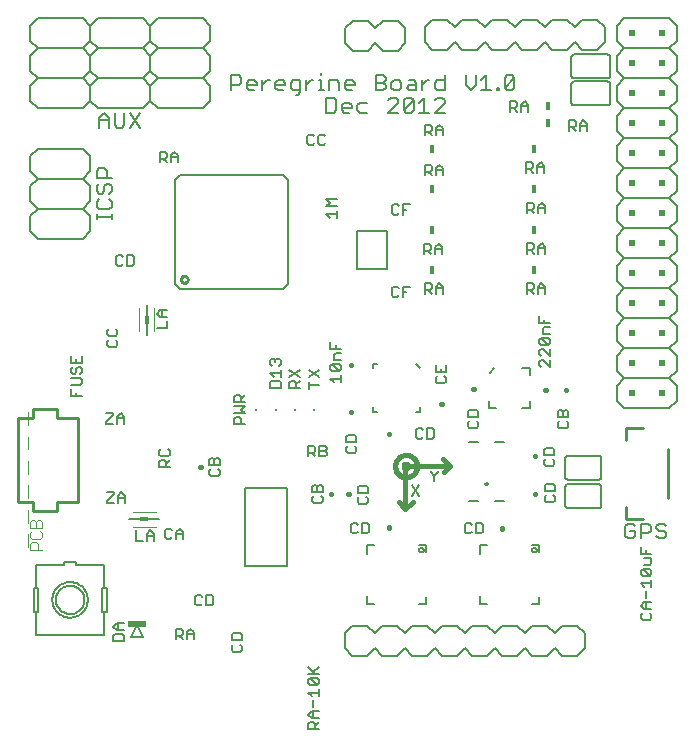
<source format=gto>
G75*
G70*
%OFA0B0*%
%FSLAX24Y24*%
%IPPOS*%
%LPD*%
%AMOC8*
5,1,8,0,0,1.08239X$1,22.5*
%
%ADD10C,0.0050*%
%ADD11C,0.0160*%
%ADD12C,0.0070*%
%ADD13C,0.0080*%
%ADD14R,0.0160X0.0280*%
%ADD15C,0.0100*%
%ADD16C,0.0060*%
%ADD17R,0.0079X0.0079*%
%ADD18C,0.0028*%
%ADD19R,0.0276X0.0118*%
%ADD20R,0.0118X0.0276*%
%ADD21R,0.0620X0.0240*%
%ADD22C,0.0020*%
%ADD23C,0.0030*%
%ADD24R,0.0200X0.0200*%
%ADD25R,0.0180X0.0300*%
D10*
X000748Y003404D02*
X000748Y004183D01*
X000826Y004183D01*
X000826Y004970D01*
X000748Y004970D01*
X000748Y005748D01*
X001688Y005748D01*
X001688Y005847D01*
X002082Y005847D01*
X002082Y005748D01*
X003022Y005748D01*
X003022Y004970D01*
X002944Y004970D01*
X002944Y004183D01*
X003022Y004183D01*
X003022Y003404D01*
X000748Y003404D01*
X000748Y004183D02*
X000669Y004183D01*
X000669Y004970D01*
X000748Y004970D01*
X001413Y004576D02*
X001415Y004619D01*
X001421Y004661D01*
X001431Y004703D01*
X001444Y004744D01*
X001461Y004784D01*
X001482Y004821D01*
X001506Y004857D01*
X001533Y004890D01*
X001563Y004921D01*
X001596Y004949D01*
X001631Y004974D01*
X001668Y004995D01*
X001707Y005013D01*
X001747Y005027D01*
X001789Y005038D01*
X001831Y005045D01*
X001874Y005048D01*
X001917Y005047D01*
X001960Y005042D01*
X002002Y005033D01*
X002043Y005021D01*
X002083Y005005D01*
X002121Y004985D01*
X002157Y004962D01*
X002191Y004935D01*
X002223Y004906D01*
X002251Y004874D01*
X002277Y004839D01*
X002299Y004803D01*
X002318Y004764D01*
X002333Y004724D01*
X002345Y004683D01*
X002353Y004640D01*
X002357Y004597D01*
X002357Y004555D01*
X002353Y004512D01*
X002345Y004469D01*
X002333Y004428D01*
X002318Y004388D01*
X002299Y004349D01*
X002277Y004313D01*
X002251Y004278D01*
X002223Y004246D01*
X002191Y004217D01*
X002157Y004190D01*
X002121Y004167D01*
X002083Y004147D01*
X002043Y004131D01*
X002002Y004119D01*
X001960Y004110D01*
X001917Y004105D01*
X001874Y004104D01*
X001831Y004107D01*
X001789Y004114D01*
X001747Y004125D01*
X001707Y004139D01*
X001668Y004157D01*
X001631Y004178D01*
X001596Y004203D01*
X001563Y004231D01*
X001533Y004262D01*
X001506Y004295D01*
X001482Y004331D01*
X001461Y004368D01*
X001444Y004408D01*
X001431Y004449D01*
X001421Y004491D01*
X001415Y004533D01*
X001413Y004576D01*
X001294Y004576D02*
X001296Y004624D01*
X001302Y004672D01*
X001312Y004719D01*
X001325Y004765D01*
X001343Y004810D01*
X001363Y004854D01*
X001388Y004896D01*
X001416Y004935D01*
X001446Y004972D01*
X001480Y005006D01*
X001517Y005038D01*
X001555Y005067D01*
X001596Y005092D01*
X001639Y005114D01*
X001684Y005132D01*
X001730Y005146D01*
X001777Y005157D01*
X001825Y005164D01*
X001873Y005167D01*
X001921Y005166D01*
X001969Y005161D01*
X002017Y005152D01*
X002063Y005140D01*
X002108Y005123D01*
X002152Y005103D01*
X002194Y005080D01*
X002234Y005053D01*
X002272Y005023D01*
X002307Y004990D01*
X002339Y004954D01*
X002369Y004916D01*
X002395Y004875D01*
X002417Y004832D01*
X002437Y004788D01*
X002452Y004743D01*
X002464Y004696D01*
X002472Y004648D01*
X002476Y004600D01*
X002476Y004552D01*
X002472Y004504D01*
X002464Y004456D01*
X002452Y004409D01*
X002437Y004364D01*
X002417Y004320D01*
X002395Y004277D01*
X002369Y004236D01*
X002339Y004198D01*
X002307Y004162D01*
X002272Y004129D01*
X002234Y004099D01*
X002194Y004072D01*
X002152Y004049D01*
X002108Y004029D01*
X002063Y004012D01*
X002017Y004000D01*
X001969Y003991D01*
X001921Y003986D01*
X001873Y003985D01*
X001825Y003988D01*
X001777Y003995D01*
X001730Y004006D01*
X001684Y004020D01*
X001639Y004038D01*
X001596Y004060D01*
X001555Y004085D01*
X001517Y004114D01*
X001480Y004146D01*
X001446Y004180D01*
X001416Y004217D01*
X001388Y004256D01*
X001363Y004298D01*
X001343Y004342D01*
X001325Y004387D01*
X001312Y004433D01*
X001302Y004480D01*
X001296Y004528D01*
X001294Y004576D01*
X003022Y004183D02*
X003101Y004183D01*
X003101Y004970D01*
X003022Y004970D01*
X003436Y003793D02*
X003320Y003676D01*
X003436Y003560D01*
X003670Y003560D01*
X003612Y003425D02*
X003378Y003425D01*
X003320Y003367D01*
X003320Y003191D01*
X003670Y003191D01*
X003670Y003367D01*
X003612Y003425D01*
X003495Y003560D02*
X003495Y003793D01*
X003436Y003793D02*
X003670Y003793D01*
X005400Y003612D02*
X005400Y003261D01*
X005400Y003378D02*
X005575Y003378D01*
X005634Y003437D01*
X005634Y003553D01*
X005575Y003612D01*
X005400Y003612D01*
X005517Y003378D02*
X005634Y003261D01*
X005768Y003261D02*
X005768Y003495D01*
X005885Y003612D01*
X006002Y003495D01*
X006002Y003261D01*
X006002Y003437D02*
X005768Y003437D01*
X006118Y004391D02*
X006060Y004450D01*
X006060Y004683D01*
X006118Y004742D01*
X006235Y004742D01*
X006294Y004683D01*
X006428Y004742D02*
X006603Y004742D01*
X006662Y004683D01*
X006662Y004450D01*
X006603Y004391D01*
X006428Y004391D01*
X006428Y004742D01*
X006294Y004450D02*
X006235Y004391D01*
X006118Y004391D01*
X007270Y003398D02*
X007270Y003223D01*
X007620Y003223D01*
X007620Y003398D01*
X007562Y003457D01*
X007328Y003457D01*
X007270Y003398D01*
X007328Y003088D02*
X007270Y003030D01*
X007270Y002913D01*
X007328Y002855D01*
X007562Y002855D01*
X007620Y002913D01*
X007620Y003030D01*
X007562Y003088D01*
X009820Y002333D02*
X010053Y002100D01*
X009995Y002158D02*
X010170Y002333D01*
X010170Y002100D02*
X009820Y002100D01*
X009878Y001965D02*
X010112Y001732D01*
X010170Y001790D01*
X010170Y001907D01*
X010112Y001965D01*
X009878Y001965D01*
X009820Y001907D01*
X009820Y001790D01*
X009878Y001732D01*
X010112Y001732D01*
X010170Y001597D02*
X010170Y001363D01*
X010170Y001480D02*
X009820Y001480D01*
X009936Y001363D01*
X009995Y001228D02*
X009995Y000995D01*
X009995Y000860D02*
X009995Y000627D01*
X009936Y000627D02*
X009820Y000743D01*
X009936Y000860D01*
X010170Y000860D01*
X010170Y000627D02*
X009936Y000627D01*
X009878Y000492D02*
X009995Y000492D01*
X010053Y000433D01*
X010053Y000258D01*
X010170Y000258D02*
X009820Y000258D01*
X009820Y000433D01*
X009878Y000492D01*
X010053Y000375D02*
X010170Y000492D01*
X013513Y006238D02*
X013515Y006256D01*
X013521Y006272D01*
X013530Y006287D01*
X013543Y006300D01*
X013558Y006309D01*
X013574Y006315D01*
X013592Y006317D01*
X013610Y006315D01*
X013626Y006309D01*
X013641Y006300D01*
X013654Y006287D01*
X013663Y006272D01*
X013669Y006256D01*
X013671Y006238D01*
X013669Y006220D01*
X013663Y006204D01*
X013654Y006189D01*
X013641Y006176D01*
X013626Y006167D01*
X013610Y006161D01*
X013592Y006159D01*
X013574Y006161D01*
X013558Y006167D01*
X013543Y006176D01*
X013530Y006189D01*
X013521Y006204D01*
X013515Y006220D01*
X013513Y006238D01*
X015033Y006850D02*
X015092Y006791D01*
X015209Y006791D01*
X015267Y006850D01*
X015402Y006791D02*
X015577Y006791D01*
X015635Y006850D01*
X015635Y007083D01*
X015577Y007142D01*
X015402Y007142D01*
X015402Y006791D01*
X015267Y007083D02*
X015209Y007142D01*
X015092Y007142D01*
X015033Y007083D01*
X015033Y006850D01*
X013514Y008051D02*
X013280Y008402D01*
X013514Y008402D02*
X013280Y008051D01*
X014017Y008531D02*
X014017Y008707D01*
X014134Y008823D01*
X014134Y008882D01*
X014017Y008707D02*
X013900Y008823D01*
X013900Y008882D01*
X013953Y009941D02*
X013778Y009941D01*
X013778Y010292D01*
X013953Y010292D01*
X014012Y010233D01*
X014012Y010000D01*
X013953Y009941D01*
X013644Y010000D02*
X013585Y009941D01*
X013468Y009941D01*
X013410Y010000D01*
X013410Y010233D01*
X013468Y010292D01*
X013585Y010292D01*
X013644Y010233D01*
X014128Y011791D02*
X014362Y011791D01*
X014420Y011850D01*
X014420Y011967D01*
X014362Y012025D01*
X014420Y012160D02*
X014420Y012393D01*
X014245Y012276D02*
X014245Y012160D01*
X014070Y012160D02*
X014420Y012160D01*
X014128Y012025D02*
X014070Y011967D01*
X014070Y011850D01*
X014128Y011791D01*
X014070Y012160D02*
X014070Y012393D01*
X015198Y010903D02*
X015140Y010845D01*
X015140Y010670D01*
X015490Y010670D01*
X015490Y010845D01*
X015432Y010903D01*
X015198Y010903D01*
X015198Y010535D02*
X015140Y010477D01*
X015140Y010360D01*
X015198Y010301D01*
X015432Y010301D01*
X015490Y010360D01*
X015490Y010477D01*
X015432Y010535D01*
X017520Y012390D02*
X017578Y012331D01*
X017520Y012390D02*
X017520Y012507D01*
X017578Y012565D01*
X017636Y012565D01*
X017870Y012331D01*
X017870Y012565D01*
X017870Y012700D02*
X017636Y012933D01*
X017578Y012933D01*
X017520Y012875D01*
X017520Y012758D01*
X017578Y012700D01*
X017870Y012700D02*
X017870Y012933D01*
X017812Y013068D02*
X017578Y013302D01*
X017812Y013302D01*
X017870Y013243D01*
X017870Y013126D01*
X017812Y013068D01*
X017578Y013068D01*
X017520Y013126D01*
X017520Y013243D01*
X017578Y013302D01*
X017636Y013436D02*
X017636Y013611D01*
X017695Y013670D01*
X017870Y013670D01*
X017870Y013805D02*
X017520Y013805D01*
X017520Y014038D01*
X017695Y013921D02*
X017695Y013805D01*
X017636Y013436D02*
X017870Y013436D01*
X017712Y014781D02*
X017712Y015015D01*
X017595Y015132D01*
X017478Y015015D01*
X017478Y014781D01*
X017344Y014781D02*
X017227Y014898D01*
X017285Y014898D02*
X017110Y014898D01*
X017110Y014781D02*
X017110Y015132D01*
X017285Y015132D01*
X017344Y015073D01*
X017344Y014957D01*
X017285Y014898D01*
X017478Y014957D02*
X017712Y014957D01*
X017722Y016121D02*
X017722Y016355D01*
X017605Y016472D01*
X017488Y016355D01*
X017488Y016121D01*
X017354Y016121D02*
X017237Y016238D01*
X017295Y016238D02*
X017120Y016238D01*
X017120Y016121D02*
X017120Y016472D01*
X017295Y016472D01*
X017354Y016413D01*
X017354Y016297D01*
X017295Y016238D01*
X017488Y016297D02*
X017722Y016297D01*
X017722Y017471D02*
X017722Y017705D01*
X017605Y017822D01*
X017488Y017705D01*
X017488Y017471D01*
X017354Y017471D02*
X017237Y017588D01*
X017295Y017588D02*
X017120Y017588D01*
X017120Y017471D02*
X017120Y017822D01*
X017295Y017822D01*
X017354Y017763D01*
X017354Y017647D01*
X017295Y017588D01*
X017488Y017647D02*
X017722Y017647D01*
X017692Y018821D02*
X017692Y019055D01*
X017575Y019172D01*
X017458Y019055D01*
X017458Y018821D01*
X017324Y018821D02*
X017207Y018938D01*
X017265Y018938D02*
X017090Y018938D01*
X017090Y018821D02*
X017090Y019172D01*
X017265Y019172D01*
X017324Y019113D01*
X017324Y018997D01*
X017265Y018938D01*
X017458Y018997D02*
X017692Y018997D01*
X018510Y020211D02*
X018510Y020562D01*
X018685Y020562D01*
X018744Y020503D01*
X018744Y020387D01*
X018685Y020328D01*
X018510Y020328D01*
X018627Y020328D02*
X018744Y020211D01*
X018878Y020211D02*
X018878Y020445D01*
X018995Y020562D01*
X019112Y020445D01*
X019112Y020211D01*
X019112Y020387D02*
X018878Y020387D01*
X017152Y020851D02*
X017152Y021085D01*
X017035Y021202D01*
X016918Y021085D01*
X016918Y020851D01*
X016784Y020851D02*
X016667Y020968D01*
X016725Y020968D02*
X016550Y020968D01*
X016550Y020851D02*
X016550Y021202D01*
X016725Y021202D01*
X016784Y021143D01*
X016784Y021027D01*
X016725Y020968D01*
X016918Y021027D02*
X017152Y021027D01*
X014312Y020295D02*
X014312Y020061D01*
X014312Y020237D02*
X014078Y020237D01*
X014078Y020295D02*
X014195Y020412D01*
X014312Y020295D01*
X014078Y020295D02*
X014078Y020061D01*
X013944Y020061D02*
X013827Y020178D01*
X013885Y020178D02*
X013710Y020178D01*
X013710Y020061D02*
X013710Y020412D01*
X013885Y020412D01*
X013944Y020353D01*
X013944Y020237D01*
X013885Y020178D01*
X013875Y019082D02*
X013700Y019082D01*
X013700Y018731D01*
X013700Y018848D02*
X013875Y018848D01*
X013934Y018907D01*
X013934Y019023D01*
X013875Y019082D01*
X014068Y018965D02*
X014185Y019082D01*
X014302Y018965D01*
X014302Y018731D01*
X014302Y018907D02*
X014068Y018907D01*
X014068Y018965D02*
X014068Y018731D01*
X013934Y018731D02*
X013817Y018848D01*
X013215Y017762D02*
X012982Y017762D01*
X012982Y017411D01*
X012847Y017470D02*
X012789Y017411D01*
X012672Y017411D01*
X012613Y017470D01*
X012613Y017703D01*
X012672Y017762D01*
X012789Y017762D01*
X012847Y017703D01*
X012982Y017587D02*
X013098Y017587D01*
X012432Y016866D02*
X012432Y015606D01*
X011448Y015606D01*
X011448Y016866D01*
X012432Y016866D01*
X013690Y016442D02*
X013690Y016091D01*
X013690Y016208D02*
X013865Y016208D01*
X013924Y016267D01*
X013924Y016383D01*
X013865Y016442D01*
X013690Y016442D01*
X013807Y016208D02*
X013924Y016091D01*
X014058Y016091D02*
X014058Y016325D01*
X014175Y016442D01*
X014292Y016325D01*
X014292Y016091D01*
X014292Y016267D02*
X014058Y016267D01*
X014185Y015132D02*
X014302Y015015D01*
X014302Y014781D01*
X014302Y014957D02*
X014068Y014957D01*
X014068Y015015D02*
X014185Y015132D01*
X014068Y015015D02*
X014068Y014781D01*
X013934Y014781D02*
X013817Y014898D01*
X013875Y014898D02*
X013700Y014898D01*
X013700Y014781D02*
X013700Y015132D01*
X013875Y015132D01*
X013934Y015073D01*
X013934Y014957D01*
X013875Y014898D01*
X013205Y015022D02*
X012972Y015022D01*
X012972Y014671D01*
X012837Y014730D02*
X012779Y014671D01*
X012662Y014671D01*
X012603Y014730D01*
X012603Y014963D01*
X012662Y015022D01*
X012779Y015022D01*
X012837Y014963D01*
X012972Y014847D02*
X013088Y014847D01*
X010910Y012943D02*
X010560Y012943D01*
X010560Y013177D01*
X010735Y013060D02*
X010735Y012943D01*
X010735Y012808D02*
X010910Y012808D01*
X010735Y012808D02*
X010676Y012750D01*
X010676Y012575D01*
X010910Y012575D01*
X010852Y012440D02*
X010910Y012382D01*
X010910Y012265D01*
X010852Y012206D01*
X010618Y012440D01*
X010852Y012440D01*
X010852Y012206D02*
X010618Y012206D01*
X010560Y012265D01*
X010560Y012382D01*
X010618Y012440D01*
X010910Y012072D02*
X010910Y011838D01*
X010910Y011955D02*
X010560Y011955D01*
X010676Y011838D01*
X010190Y011738D02*
X009840Y011738D01*
X009840Y011621D02*
X009840Y011855D01*
X009840Y011990D02*
X010190Y012223D01*
X010190Y011990D02*
X009840Y012223D01*
X009540Y012243D02*
X009190Y012010D01*
X009248Y011875D02*
X009190Y011817D01*
X009190Y011641D01*
X009540Y011641D01*
X009423Y011641D02*
X009423Y011817D01*
X009365Y011875D01*
X009248Y011875D01*
X009423Y011758D02*
X009540Y011875D01*
X009540Y012010D02*
X009190Y012243D01*
X008900Y012253D02*
X008900Y012020D01*
X008900Y012136D02*
X008550Y012136D01*
X008666Y012020D01*
X008608Y011885D02*
X008550Y011827D01*
X008550Y011651D01*
X008900Y011651D01*
X008900Y011827D01*
X008842Y011885D01*
X008608Y011885D01*
X008608Y012388D02*
X008550Y012446D01*
X008550Y012563D01*
X008608Y012622D01*
X008666Y012622D01*
X008725Y012563D01*
X008783Y012622D01*
X008842Y012622D01*
X008900Y012563D01*
X008900Y012446D01*
X008842Y012388D01*
X008725Y012505D02*
X008725Y012563D01*
X007700Y011402D02*
X007583Y011285D01*
X007583Y011343D02*
X007583Y011168D01*
X007700Y011168D02*
X007350Y011168D01*
X007350Y011343D01*
X007408Y011402D01*
X007525Y011402D01*
X007583Y011343D01*
X007700Y011033D02*
X007350Y011033D01*
X007350Y010800D02*
X007700Y010800D01*
X007583Y010916D01*
X007700Y011033D01*
X007525Y010665D02*
X007408Y010665D01*
X007350Y010607D01*
X007350Y010431D01*
X007700Y010431D01*
X007583Y010431D02*
X007583Y010607D01*
X007525Y010665D01*
X006812Y009313D02*
X006870Y009255D01*
X006870Y009080D01*
X006520Y009080D01*
X006520Y009255D01*
X006578Y009313D01*
X006636Y009313D01*
X006695Y009255D01*
X006695Y009080D01*
X006695Y009255D02*
X006753Y009313D01*
X006812Y009313D01*
X006812Y008945D02*
X006870Y008887D01*
X006870Y008770D01*
X006812Y008711D01*
X006578Y008711D01*
X006520Y008770D01*
X006520Y008887D01*
X006578Y008945D01*
X005200Y008995D02*
X004850Y008995D01*
X004850Y009170D01*
X004908Y009228D01*
X005025Y009228D01*
X005083Y009170D01*
X005083Y008995D01*
X005083Y009112D02*
X005200Y009228D01*
X005142Y009363D02*
X005200Y009421D01*
X005200Y009538D01*
X005142Y009597D01*
X004908Y009597D02*
X004850Y009538D01*
X004850Y009421D01*
X004908Y009363D01*
X005142Y009363D01*
X003685Y010451D02*
X003685Y010685D01*
X003568Y010802D01*
X003452Y010685D01*
X003452Y010451D01*
X003317Y010451D02*
X003083Y010451D01*
X003083Y010510D01*
X003317Y010743D01*
X003317Y010802D01*
X003083Y010802D01*
X003452Y010627D02*
X003685Y010627D01*
X002270Y011368D02*
X001920Y011368D01*
X001920Y011602D01*
X001920Y011736D02*
X002212Y011736D01*
X002270Y011795D01*
X002270Y011912D01*
X002212Y011970D01*
X001920Y011970D01*
X001978Y012105D02*
X002036Y012105D01*
X002095Y012163D01*
X002095Y012280D01*
X002153Y012338D01*
X002212Y012338D01*
X002270Y012280D01*
X002270Y012163D01*
X002212Y012105D01*
X001978Y012105D02*
X001920Y012163D01*
X001920Y012280D01*
X001978Y012338D01*
X001920Y012473D02*
X002270Y012473D01*
X002270Y012707D01*
X002095Y012590D02*
X002095Y012473D01*
X001920Y012473D02*
X001920Y012707D01*
X002095Y011485D02*
X002095Y011368D01*
X003168Y013011D02*
X003110Y013070D01*
X003110Y013187D01*
X003168Y013245D01*
X003168Y013380D02*
X003402Y013380D01*
X003460Y013438D01*
X003460Y013555D01*
X003402Y013613D01*
X003168Y013613D02*
X003110Y013555D01*
X003110Y013438D01*
X003168Y013380D01*
X003402Y013245D02*
X003460Y013187D01*
X003460Y013070D01*
X003402Y013011D01*
X003168Y013011D01*
X004435Y013405D02*
X004435Y014389D01*
X004770Y014116D02*
X004886Y014000D01*
X005120Y014000D01*
X005120Y013865D02*
X005120Y013631D01*
X004770Y013631D01*
X004945Y014000D02*
X004945Y014233D01*
X004886Y014233D02*
X005120Y014233D01*
X004886Y014233D02*
X004770Y014116D01*
X003957Y015721D02*
X003782Y015721D01*
X003782Y016072D01*
X003957Y016072D01*
X004015Y016013D01*
X004015Y015780D01*
X003957Y015721D01*
X003647Y015780D02*
X003589Y015721D01*
X003472Y015721D01*
X003413Y015780D01*
X003413Y016013D01*
X003472Y016072D01*
X003589Y016072D01*
X003647Y016013D01*
X004880Y019161D02*
X004880Y019512D01*
X005055Y019512D01*
X005114Y019453D01*
X005114Y019337D01*
X005055Y019278D01*
X004880Y019278D01*
X004997Y019278D02*
X005114Y019161D01*
X005248Y019161D02*
X005248Y019395D01*
X005365Y019512D01*
X005482Y019395D01*
X005482Y019161D01*
X005482Y019337D02*
X005248Y019337D01*
X009793Y019790D02*
X009852Y019731D01*
X009969Y019731D01*
X010027Y019790D01*
X010162Y019790D02*
X010162Y020023D01*
X010220Y020082D01*
X010337Y020082D01*
X010395Y020023D01*
X010395Y019790D02*
X010337Y019731D01*
X010220Y019731D01*
X010162Y019790D01*
X010027Y020023D02*
X009969Y020082D01*
X009852Y020082D01*
X009793Y020023D01*
X009793Y019790D01*
X010430Y017923D02*
X010780Y017923D01*
X010780Y017690D02*
X010430Y017690D01*
X010546Y017806D01*
X010430Y017923D01*
X010780Y017555D02*
X010780Y017321D01*
X010780Y017438D02*
X010430Y017438D01*
X010546Y017321D01*
X011138Y010073D02*
X011080Y010015D01*
X011080Y009840D01*
X011430Y009840D01*
X011430Y010015D01*
X011372Y010073D01*
X011138Y010073D01*
X011138Y009705D02*
X011080Y009647D01*
X011080Y009530D01*
X011138Y009471D01*
X011372Y009471D01*
X011430Y009530D01*
X011430Y009647D01*
X011372Y009705D01*
X010432Y009653D02*
X010432Y009595D01*
X010373Y009537D01*
X010198Y009537D01*
X010064Y009537D02*
X010005Y009478D01*
X009830Y009478D01*
X009830Y009361D02*
X009830Y009712D01*
X010005Y009712D01*
X010064Y009653D01*
X010064Y009537D01*
X009947Y009478D02*
X010064Y009361D01*
X010198Y009361D02*
X010198Y009712D01*
X010373Y009712D01*
X010432Y009653D01*
X010373Y009537D02*
X010432Y009478D01*
X010432Y009420D01*
X010373Y009361D01*
X010198Y009361D01*
X010183Y008403D02*
X010242Y008403D01*
X010300Y008345D01*
X010300Y008170D01*
X009950Y008170D01*
X009950Y008345D01*
X010008Y008403D01*
X010066Y008403D01*
X010125Y008345D01*
X010125Y008170D01*
X010125Y008345D02*
X010183Y008403D01*
X010242Y008035D02*
X010300Y007977D01*
X010300Y007860D01*
X010242Y007801D01*
X010008Y007801D01*
X009950Y007860D01*
X009950Y007977D01*
X010008Y008035D01*
X011243Y007083D02*
X011243Y006850D01*
X011302Y006791D01*
X011419Y006791D01*
X011477Y006850D01*
X011612Y006791D02*
X011787Y006791D01*
X011845Y006850D01*
X011845Y007083D01*
X011787Y007142D01*
X011612Y007142D01*
X011612Y006791D01*
X011477Y007083D02*
X011419Y007142D01*
X011302Y007142D01*
X011243Y007083D01*
X011528Y007781D02*
X011762Y007781D01*
X011820Y007840D01*
X011820Y007957D01*
X011762Y008015D01*
X011820Y008150D02*
X011470Y008150D01*
X011470Y008325D01*
X011528Y008383D01*
X011762Y008383D01*
X011820Y008325D01*
X011820Y008150D01*
X011528Y008015D02*
X011470Y007957D01*
X011470Y007840D01*
X011528Y007781D01*
X005652Y006835D02*
X005652Y006601D01*
X005652Y006777D02*
X005418Y006777D01*
X005418Y006835D02*
X005418Y006601D01*
X005284Y006660D02*
X005225Y006601D01*
X005108Y006601D01*
X005050Y006660D01*
X005050Y006893D01*
X005108Y006952D01*
X005225Y006952D01*
X005284Y006893D01*
X005418Y006835D02*
X005535Y006952D01*
X005652Y006835D01*
X004837Y007261D02*
X003853Y007261D01*
X004070Y006892D02*
X004070Y006541D01*
X004304Y006541D01*
X004438Y006541D02*
X004438Y006775D01*
X004555Y006892D01*
X004672Y006775D01*
X004672Y006541D01*
X004672Y006717D02*
X004438Y006717D01*
X003705Y007811D02*
X003705Y008045D01*
X003588Y008162D01*
X003472Y008045D01*
X003472Y007811D01*
X003337Y007811D02*
X003103Y007811D01*
X003103Y007870D01*
X003337Y008103D01*
X003337Y008162D01*
X003103Y008162D01*
X003472Y007987D02*
X003705Y007987D01*
X017278Y006238D02*
X017280Y006256D01*
X017286Y006272D01*
X017295Y006287D01*
X017308Y006300D01*
X017323Y006309D01*
X017339Y006315D01*
X017357Y006317D01*
X017375Y006315D01*
X017391Y006309D01*
X017406Y006300D01*
X017419Y006287D01*
X017428Y006272D01*
X017434Y006256D01*
X017436Y006238D01*
X017434Y006220D01*
X017428Y006204D01*
X017419Y006189D01*
X017406Y006176D01*
X017391Y006167D01*
X017375Y006161D01*
X017357Y006159D01*
X017339Y006161D01*
X017323Y006167D01*
X017308Y006176D01*
X017295Y006189D01*
X017286Y006204D01*
X017280Y006220D01*
X017278Y006238D01*
X017758Y007825D02*
X017700Y007883D01*
X017700Y008000D01*
X017758Y008058D01*
X017700Y008193D02*
X017700Y008368D01*
X017758Y008427D01*
X017992Y008427D01*
X018050Y008368D01*
X018050Y008193D01*
X017700Y008193D01*
X017758Y007825D02*
X017992Y007825D01*
X018050Y007883D01*
X018050Y008000D01*
X017992Y008058D01*
X017972Y009045D02*
X017738Y009045D01*
X017680Y009103D01*
X017680Y009220D01*
X017738Y009278D01*
X017680Y009413D02*
X017680Y009588D01*
X017738Y009647D01*
X017972Y009647D01*
X018030Y009588D01*
X018030Y009413D01*
X017680Y009413D01*
X017972Y009278D02*
X018030Y009220D01*
X018030Y009103D01*
X017972Y009045D01*
X018198Y010291D02*
X018140Y010350D01*
X018140Y010467D01*
X018198Y010525D01*
X018140Y010660D02*
X018140Y010835D01*
X018198Y010893D01*
X018256Y010893D01*
X018315Y010835D01*
X018315Y010660D01*
X018315Y010835D02*
X018373Y010893D01*
X018432Y010893D01*
X018490Y010835D01*
X018490Y010660D01*
X018140Y010660D01*
X018198Y010291D02*
X018432Y010291D01*
X018490Y010350D01*
X018490Y010467D01*
X018432Y010525D01*
X020910Y006345D02*
X020910Y006111D01*
X021260Y006111D01*
X021260Y005976D02*
X021026Y005976D01*
X021085Y006111D02*
X021085Y006228D01*
X021260Y005976D02*
X021260Y005801D01*
X021202Y005743D01*
X021026Y005743D01*
X020968Y005608D02*
X021202Y005375D01*
X021260Y005433D01*
X021260Y005550D01*
X021202Y005608D01*
X020968Y005608D01*
X020910Y005550D01*
X020910Y005433D01*
X020968Y005375D01*
X021202Y005375D01*
X021260Y005240D02*
X021260Y005006D01*
X021260Y005123D02*
X020910Y005123D01*
X021026Y005006D01*
X021085Y004872D02*
X021085Y004638D01*
X021085Y004503D02*
X021085Y004270D01*
X021026Y004270D02*
X020910Y004386D01*
X021026Y004503D01*
X021260Y004503D01*
X021260Y004270D02*
X021026Y004270D01*
X020968Y004135D02*
X020910Y004077D01*
X020910Y003960D01*
X020968Y003901D01*
X021202Y003901D01*
X021260Y003960D01*
X021260Y004077D01*
X021202Y004135D01*
D11*
X017392Y008106D02*
X017368Y008106D01*
X017392Y009366D02*
X017368Y009366D01*
X017713Y011556D02*
X017737Y011556D01*
X018403Y011576D02*
X018427Y011576D01*
X015332Y011601D02*
X015308Y011601D01*
X014267Y011096D02*
X014243Y011096D01*
X014315Y009266D02*
X014565Y009046D01*
X014335Y008836D01*
X014565Y009046D02*
X013065Y009046D01*
X013065Y007596D01*
X013305Y007836D01*
X013065Y007596D02*
X012835Y007836D01*
X012525Y007003D02*
X012525Y006979D01*
X011167Y008096D02*
X011143Y008096D01*
X010597Y008096D02*
X010573Y008096D01*
X012510Y010089D02*
X012510Y010113D01*
X012999Y009036D02*
X013001Y009053D01*
X013007Y009069D01*
X013016Y009083D01*
X013028Y009095D01*
X013042Y009104D01*
X013058Y009110D01*
X013075Y009112D01*
X013092Y009110D01*
X013108Y009104D01*
X013122Y009095D01*
X013134Y009083D01*
X013143Y009069D01*
X013149Y009053D01*
X013151Y009036D01*
X013149Y009019D01*
X013143Y009003D01*
X013134Y008989D01*
X013122Y008977D01*
X013108Y008968D01*
X013092Y008962D01*
X013075Y008960D01*
X013058Y008962D01*
X013042Y008968D01*
X013028Y008977D01*
X013016Y008989D01*
X013007Y009003D01*
X013001Y009019D01*
X012999Y009036D01*
X012716Y009036D02*
X012718Y009074D01*
X012724Y009111D01*
X012733Y009148D01*
X012747Y009184D01*
X012764Y009218D01*
X012784Y009250D01*
X012808Y009280D01*
X012834Y009307D01*
X012864Y009331D01*
X012895Y009352D01*
X012929Y009370D01*
X012964Y009385D01*
X013000Y009395D01*
X013038Y009402D01*
X013075Y009405D01*
X013113Y009404D01*
X013151Y009399D01*
X013188Y009390D01*
X013224Y009378D01*
X013258Y009362D01*
X013291Y009342D01*
X013321Y009319D01*
X013349Y009294D01*
X013374Y009265D01*
X013396Y009234D01*
X013415Y009201D01*
X013430Y009166D01*
X013442Y009130D01*
X013450Y009093D01*
X013454Y009055D01*
X013454Y009017D01*
X013450Y008979D01*
X013442Y008942D01*
X013430Y008906D01*
X013415Y008871D01*
X013396Y008838D01*
X013374Y008807D01*
X013349Y008778D01*
X013321Y008753D01*
X013291Y008730D01*
X013258Y008710D01*
X013224Y008694D01*
X013188Y008682D01*
X013151Y008673D01*
X013113Y008668D01*
X013075Y008667D01*
X013038Y008670D01*
X013000Y008677D01*
X012964Y008687D01*
X012929Y008702D01*
X012895Y008720D01*
X012864Y008741D01*
X012834Y008765D01*
X012808Y008792D01*
X012784Y008822D01*
X012764Y008854D01*
X012747Y008888D01*
X012733Y008924D01*
X012724Y008961D01*
X012718Y008998D01*
X012716Y009036D01*
X011262Y010846D02*
X011238Y010846D01*
X011262Y012391D02*
X011238Y012391D01*
X016285Y006973D02*
X016285Y006949D01*
X006242Y009016D02*
X006218Y009016D01*
D12*
X003270Y017261D02*
X003270Y017425D01*
X003270Y017343D02*
X002780Y017343D01*
X002780Y017261D02*
X002780Y017425D01*
X002861Y017605D02*
X003188Y017605D01*
X003270Y017687D01*
X003270Y017850D01*
X003188Y017932D01*
X003188Y018121D02*
X003270Y018203D01*
X003270Y018366D01*
X003188Y018448D01*
X003107Y018448D01*
X003025Y018366D01*
X003025Y018203D01*
X002943Y018121D01*
X002861Y018121D01*
X002780Y018203D01*
X002780Y018366D01*
X002861Y018448D01*
X002780Y018636D02*
X002780Y018882D01*
X002861Y018963D01*
X003025Y018963D01*
X003107Y018882D01*
X003107Y018636D01*
X003270Y018636D02*
X002780Y018636D01*
X002861Y017932D02*
X002780Y017850D01*
X002780Y017687D01*
X002861Y017605D01*
X002850Y020321D02*
X002850Y020648D01*
X003013Y020812D01*
X003177Y020648D01*
X003177Y020321D01*
X003366Y020403D02*
X003447Y020321D01*
X003611Y020321D01*
X003693Y020403D01*
X003693Y020812D01*
X003881Y020812D02*
X004208Y020321D01*
X003881Y020321D02*
X004208Y020812D01*
X003366Y020812D02*
X003366Y020403D01*
X003177Y020567D02*
X002850Y020567D01*
X007260Y021571D02*
X007260Y022062D01*
X007505Y022062D01*
X007587Y021980D01*
X007587Y021817D01*
X007505Y021735D01*
X007260Y021735D01*
X007776Y021735D02*
X008103Y021735D01*
X008103Y021817D01*
X008021Y021898D01*
X007857Y021898D01*
X007776Y021817D01*
X007776Y021653D01*
X007857Y021571D01*
X008021Y021571D01*
X008291Y021571D02*
X008291Y021898D01*
X008291Y021735D02*
X008455Y021898D01*
X008536Y021898D01*
X008721Y021817D02*
X008721Y021653D01*
X008803Y021571D01*
X008966Y021571D01*
X009048Y021735D02*
X008721Y021735D01*
X008721Y021817D02*
X008803Y021898D01*
X008966Y021898D01*
X009048Y021817D01*
X009048Y021735D01*
X009237Y021817D02*
X009237Y021653D01*
X009318Y021571D01*
X009564Y021571D01*
X009564Y021490D02*
X009564Y021898D01*
X009318Y021898D01*
X009237Y021817D01*
X009564Y021490D02*
X009482Y021408D01*
X009400Y021408D01*
X009752Y021571D02*
X009752Y021898D01*
X009752Y021735D02*
X009916Y021898D01*
X009997Y021898D01*
X010182Y021898D02*
X010264Y021898D01*
X010264Y021571D01*
X010345Y021571D02*
X010182Y021571D01*
X010526Y021571D02*
X010526Y021898D01*
X010771Y021898D01*
X010853Y021817D01*
X010853Y021571D01*
X011041Y021653D02*
X011041Y021817D01*
X011123Y021898D01*
X011287Y021898D01*
X011368Y021817D01*
X011368Y021735D01*
X011041Y021735D01*
X011041Y021653D02*
X011123Y021571D01*
X011287Y021571D01*
X011191Y021148D02*
X011273Y021067D01*
X011273Y020985D01*
X010946Y020985D01*
X010946Y021067D02*
X011027Y021148D01*
X011191Y021148D01*
X010946Y021067D02*
X010946Y020903D01*
X011027Y020821D01*
X011191Y020821D01*
X011461Y020903D02*
X011543Y020821D01*
X011788Y020821D01*
X011788Y021148D02*
X011543Y021148D01*
X011461Y021067D01*
X011461Y020903D01*
X012073Y021571D02*
X012318Y021571D01*
X012400Y021653D01*
X012400Y021735D01*
X012318Y021817D01*
X012073Y021817D01*
X012073Y022062D02*
X012073Y021571D01*
X012318Y021817D02*
X012400Y021898D01*
X012400Y021980D01*
X012318Y022062D01*
X012073Y022062D01*
X012588Y021817D02*
X012588Y021653D01*
X012670Y021571D01*
X012833Y021571D01*
X012915Y021653D01*
X012915Y021817D01*
X012833Y021898D01*
X012670Y021898D01*
X012588Y021817D01*
X012574Y021312D02*
X012493Y021230D01*
X012574Y021312D02*
X012738Y021312D01*
X012820Y021230D01*
X012820Y021148D01*
X012493Y020821D01*
X012820Y020821D01*
X013008Y020903D02*
X013335Y021230D01*
X013335Y020903D01*
X013253Y020821D01*
X013090Y020821D01*
X013008Y020903D01*
X013008Y021230D01*
X013090Y021312D01*
X013253Y021312D01*
X013335Y021230D01*
X013524Y021148D02*
X013687Y021312D01*
X013687Y020821D01*
X013524Y020821D02*
X013851Y020821D01*
X014039Y020821D02*
X014366Y021148D01*
X014366Y021230D01*
X014285Y021312D01*
X014121Y021312D01*
X014039Y021230D01*
X014131Y021571D02*
X014049Y021653D01*
X014049Y021817D01*
X014131Y021898D01*
X014376Y021898D01*
X014376Y022062D02*
X014376Y021571D01*
X014131Y021571D01*
X013865Y021898D02*
X013783Y021898D01*
X013620Y021735D01*
X013620Y021898D02*
X013620Y021571D01*
X013431Y021571D02*
X013431Y021817D01*
X013349Y021898D01*
X013186Y021898D01*
X013186Y021735D02*
X013431Y021735D01*
X013431Y021571D02*
X013186Y021571D01*
X013104Y021653D01*
X013186Y021735D01*
X014039Y020821D02*
X014366Y020821D01*
X015244Y021571D02*
X015081Y021735D01*
X015081Y022062D01*
X015407Y022062D02*
X015407Y021735D01*
X015244Y021571D01*
X015596Y021571D02*
X015923Y021571D01*
X015760Y021571D02*
X015760Y022062D01*
X015596Y021898D01*
X016112Y021653D02*
X016194Y021653D01*
X016194Y021571D01*
X016112Y021571D01*
X016112Y021653D01*
X016370Y021653D02*
X016697Y021980D01*
X016697Y021653D01*
X016615Y021571D01*
X016451Y021571D01*
X016370Y021653D01*
X016370Y021980D01*
X016451Y022062D01*
X016615Y022062D01*
X016697Y021980D01*
X010757Y021230D02*
X010757Y020903D01*
X010675Y020821D01*
X010430Y020821D01*
X010430Y021312D01*
X010675Y021312D01*
X010757Y021230D01*
X010264Y022062D02*
X010264Y022144D01*
X020475Y007122D02*
X020393Y007040D01*
X020393Y006713D01*
X020475Y006631D01*
X020638Y006631D01*
X020720Y006713D01*
X020720Y006877D01*
X020557Y006877D01*
X020720Y007040D02*
X020638Y007122D01*
X020475Y007122D01*
X020909Y007122D02*
X020909Y006631D01*
X020909Y006795D02*
X021154Y006795D01*
X021236Y006877D01*
X021236Y007040D01*
X021154Y007122D01*
X020909Y007122D01*
X021424Y007040D02*
X021424Y006958D01*
X021506Y006877D01*
X021670Y006877D01*
X021751Y006795D01*
X021751Y006713D01*
X021670Y006631D01*
X021506Y006631D01*
X021424Y006713D01*
X021424Y007040D02*
X021506Y007122D01*
X021670Y007122D01*
X021751Y007040D01*
D13*
X018790Y003711D02*
X018290Y003711D01*
X018040Y003461D01*
X017790Y003711D01*
X017290Y003711D01*
X017040Y003461D01*
X016790Y003711D01*
X016290Y003711D01*
X016040Y003461D01*
X015790Y003711D01*
X015290Y003711D01*
X015040Y003461D01*
X014790Y003711D01*
X014290Y003711D01*
X014040Y003461D01*
X013790Y003711D01*
X013290Y003711D01*
X013040Y003461D01*
X012790Y003711D01*
X012290Y003711D01*
X012040Y003461D01*
X011790Y003711D01*
X011290Y003711D01*
X011040Y003461D01*
X011040Y002961D01*
X011290Y002711D01*
X011790Y002711D01*
X012040Y002961D01*
X012290Y002711D01*
X012790Y002711D01*
X013040Y002961D01*
X013290Y002711D01*
X013790Y002711D01*
X014040Y002961D01*
X014290Y002711D01*
X014790Y002711D01*
X015040Y002961D01*
X015290Y002711D01*
X015790Y002711D01*
X016040Y002961D01*
X016290Y002711D01*
X016790Y002711D01*
X017040Y002961D01*
X017290Y002711D01*
X017790Y002711D01*
X018040Y002961D01*
X018290Y002711D01*
X018790Y002711D01*
X019040Y002961D01*
X019040Y003461D01*
X018790Y003711D01*
X017514Y004427D02*
X017278Y004427D01*
X017514Y004427D02*
X017514Y004663D01*
X017514Y006159D02*
X017514Y006396D01*
X017278Y006396D01*
X015782Y006396D02*
X015546Y006396D01*
X015546Y006120D01*
X015546Y004703D02*
X015546Y004427D01*
X015782Y004427D01*
X013749Y004427D02*
X013513Y004427D01*
X013749Y004427D02*
X013749Y004663D01*
X013749Y006159D02*
X013749Y006396D01*
X013513Y006396D01*
X012017Y006396D02*
X011781Y006396D01*
X011781Y006120D01*
X011781Y004703D02*
X011781Y004427D01*
X012017Y004427D01*
X009105Y005716D02*
X009105Y008296D01*
X007705Y008296D01*
X007705Y005716D01*
X009105Y005716D01*
X004312Y003340D02*
X003918Y003340D01*
X004115Y003733D01*
X004312Y003340D01*
X011968Y010854D02*
X012105Y010854D01*
X011968Y010854D02*
X011968Y010992D01*
X011968Y012291D02*
X011968Y012429D01*
X012105Y012429D01*
X013405Y012429D02*
X013542Y012291D01*
X013542Y010992D02*
X013542Y010854D01*
X013405Y010854D01*
X015179Y009826D02*
X015494Y009826D01*
X016046Y009826D02*
X016361Y009826D01*
X016097Y010982D02*
X015861Y010982D01*
X015861Y011218D01*
X015886Y012147D02*
X016026Y012295D01*
X016963Y012321D02*
X017199Y012321D01*
X017199Y012084D01*
X017199Y011218D02*
X017199Y010982D01*
X016963Y010982D01*
X015731Y008448D02*
X015733Y008460D01*
X015738Y008471D01*
X015747Y008480D01*
X015758Y008485D01*
X015770Y008487D01*
X015782Y008485D01*
X015793Y008480D01*
X015802Y008471D01*
X015807Y008460D01*
X015809Y008448D01*
X015807Y008436D01*
X015802Y008425D01*
X015793Y008416D01*
X015782Y008411D01*
X015770Y008409D01*
X015758Y008411D01*
X015747Y008416D01*
X015738Y008425D01*
X015733Y008436D01*
X015731Y008448D01*
X015494Y007857D02*
X015179Y007857D01*
X016046Y007857D02*
X016361Y007857D01*
X009155Y015104D02*
X008997Y014947D01*
X005533Y014947D01*
X005375Y015104D01*
X005375Y018569D01*
X005533Y018726D01*
X008997Y018726D01*
X009155Y018569D01*
X009155Y015104D01*
X011315Y022886D02*
X011065Y023136D01*
X011065Y023636D01*
X011315Y023886D01*
X011815Y023886D01*
X012065Y023636D01*
X012315Y023886D01*
X012815Y023886D01*
X013065Y023636D01*
X013065Y023136D01*
X012815Y022886D01*
X012315Y022886D01*
X012065Y023136D01*
X011815Y022886D01*
X011315Y022886D01*
X013705Y023161D02*
X013705Y023661D01*
X013955Y023911D01*
X014455Y023911D01*
X014705Y023661D01*
X014955Y023911D01*
X015455Y023911D01*
X015705Y023661D01*
X015955Y023911D01*
X016455Y023911D01*
X016705Y023661D01*
X016955Y023911D01*
X017455Y023911D01*
X017705Y023661D01*
X017955Y023911D01*
X018455Y023911D01*
X018705Y023661D01*
X018955Y023911D01*
X019455Y023911D01*
X019705Y023661D01*
X019705Y023161D01*
X019455Y022911D01*
X018955Y022911D01*
X018705Y023161D01*
X018455Y022911D01*
X017955Y022911D01*
X017705Y023161D01*
X017455Y022911D01*
X016955Y022911D01*
X016705Y023161D01*
X016455Y022911D01*
X015955Y022911D01*
X015705Y023161D01*
X015455Y022911D01*
X014955Y022911D01*
X014705Y023161D01*
X014455Y022911D01*
X013955Y022911D01*
X013705Y023161D01*
D14*
X017815Y021031D03*
X017820Y020476D03*
D15*
X020430Y010293D02*
X020980Y010293D01*
X020430Y010293D02*
X020430Y009893D01*
X021830Y009593D02*
X021830Y007986D01*
X020980Y007286D02*
X020430Y007286D01*
X020430Y007686D01*
X005579Y015262D02*
X005581Y015282D01*
X005586Y015302D01*
X005596Y015320D01*
X005608Y015337D01*
X005623Y015351D01*
X005641Y015361D01*
X005660Y015369D01*
X005680Y015373D01*
X005700Y015373D01*
X005720Y015369D01*
X005739Y015361D01*
X005757Y015351D01*
X005772Y015337D01*
X005784Y015320D01*
X005794Y015302D01*
X005799Y015282D01*
X005801Y015262D01*
X005799Y015242D01*
X005794Y015222D01*
X005784Y015204D01*
X005772Y015187D01*
X005757Y015173D01*
X005739Y015163D01*
X005720Y015155D01*
X005700Y015151D01*
X005680Y015151D01*
X005660Y015155D01*
X005641Y015163D01*
X005623Y015173D01*
X005608Y015187D01*
X005596Y015204D01*
X005586Y015222D01*
X005581Y015242D01*
X005579Y015262D01*
X001450Y010936D02*
X001450Y010636D01*
X002150Y010636D01*
X002150Y007836D01*
X001450Y007836D01*
X001450Y007536D01*
X000650Y007536D01*
X000650Y007836D01*
X000150Y007836D01*
X000150Y010636D01*
X000650Y010636D01*
X000650Y010936D01*
X001450Y010936D01*
D16*
X000815Y016611D02*
X002315Y016611D01*
X002565Y016861D01*
X002565Y017361D01*
X002315Y017611D01*
X000815Y017611D01*
X000565Y017361D01*
X000565Y016861D01*
X000815Y016611D01*
X000815Y017611D02*
X000565Y017861D01*
X000565Y018361D01*
X000815Y018611D01*
X002315Y018611D01*
X002565Y018361D01*
X002565Y017861D01*
X002315Y017611D01*
X002315Y018611D02*
X002565Y018861D01*
X002565Y019361D01*
X002315Y019611D01*
X000815Y019611D01*
X000565Y019361D01*
X000565Y018861D01*
X000815Y018611D01*
X000815Y020961D02*
X000565Y021211D01*
X000565Y021711D01*
X000815Y021961D01*
X002315Y021961D01*
X002565Y022211D01*
X002565Y022711D01*
X002315Y022961D01*
X002565Y023211D01*
X002565Y023711D01*
X002315Y023961D01*
X000815Y023961D01*
X000565Y023711D01*
X000565Y023211D01*
X000815Y022961D01*
X002315Y022961D01*
X002565Y022711D02*
X002815Y022961D01*
X002565Y023211D01*
X002565Y023711D01*
X002815Y023961D01*
X004315Y023961D01*
X004565Y023711D01*
X004565Y023211D01*
X004315Y022961D01*
X002815Y022961D01*
X002565Y022711D02*
X002565Y022211D01*
X002815Y021961D01*
X004315Y021961D01*
X004565Y022211D01*
X004565Y022711D01*
X004315Y022961D01*
X004565Y022711D02*
X004815Y022961D01*
X004565Y023211D01*
X004565Y023711D01*
X004815Y023961D01*
X006315Y023961D01*
X006565Y023711D01*
X006565Y023211D01*
X006315Y022961D01*
X004815Y022961D01*
X004565Y022711D02*
X004565Y022211D01*
X004815Y021961D01*
X006315Y021961D01*
X006565Y022211D01*
X006565Y022711D01*
X006315Y022961D01*
X006315Y021961D02*
X006565Y021711D01*
X006565Y021211D01*
X006315Y020961D01*
X004815Y020961D01*
X004565Y021211D01*
X004565Y021711D01*
X004315Y021961D01*
X004565Y021711D02*
X004815Y021961D01*
X004565Y021711D02*
X004565Y021211D01*
X004315Y020961D01*
X002815Y020961D01*
X002565Y021211D01*
X002565Y021711D01*
X002315Y021961D01*
X002565Y021711D02*
X002815Y021961D01*
X002565Y021711D02*
X002565Y021211D01*
X002315Y020961D01*
X000815Y020961D01*
X000815Y021961D02*
X000565Y022211D01*
X000565Y022711D01*
X000815Y022961D01*
X018390Y009286D02*
X018390Y008686D01*
X018392Y008669D01*
X018396Y008652D01*
X018403Y008636D01*
X018413Y008622D01*
X018426Y008609D01*
X018440Y008599D01*
X018456Y008592D01*
X018473Y008588D01*
X018490Y008586D01*
X019490Y008586D01*
X019507Y008588D01*
X019524Y008592D01*
X019540Y008599D01*
X019554Y008609D01*
X019567Y008622D01*
X019577Y008636D01*
X019584Y008652D01*
X019588Y008669D01*
X019590Y008686D01*
X019590Y009286D01*
X019588Y009303D01*
X019584Y009320D01*
X019577Y009336D01*
X019567Y009350D01*
X019554Y009363D01*
X019540Y009373D01*
X019524Y009380D01*
X019507Y009384D01*
X019490Y009386D01*
X018490Y009386D01*
X018473Y009384D01*
X018456Y009380D01*
X018440Y009373D01*
X018426Y009363D01*
X018413Y009350D01*
X018403Y009336D01*
X018396Y009320D01*
X018392Y009303D01*
X018390Y009286D01*
X018490Y008436D02*
X019490Y008436D01*
X019507Y008434D01*
X019524Y008430D01*
X019540Y008423D01*
X019554Y008413D01*
X019567Y008400D01*
X019577Y008386D01*
X019584Y008370D01*
X019588Y008353D01*
X019590Y008336D01*
X019590Y007736D01*
X019588Y007719D01*
X019584Y007702D01*
X019577Y007686D01*
X019567Y007672D01*
X019554Y007659D01*
X019540Y007649D01*
X019524Y007642D01*
X019507Y007638D01*
X019490Y007636D01*
X018490Y007636D01*
X018473Y007638D01*
X018456Y007642D01*
X018440Y007649D01*
X018426Y007659D01*
X018413Y007672D01*
X018403Y007686D01*
X018396Y007702D01*
X018392Y007719D01*
X018390Y007736D01*
X018390Y008336D01*
X018392Y008353D01*
X018396Y008370D01*
X018403Y008386D01*
X018413Y008400D01*
X018426Y008413D01*
X018440Y008423D01*
X018456Y008430D01*
X018473Y008434D01*
X018490Y008436D01*
X020365Y010961D02*
X021865Y010961D01*
X022115Y011211D01*
X022115Y011711D01*
X021865Y011961D01*
X020365Y011961D01*
X020115Y011711D01*
X020115Y011211D01*
X020365Y010961D01*
X020365Y011961D02*
X020115Y012211D01*
X020115Y012711D01*
X020365Y012961D01*
X021865Y012961D01*
X022115Y012711D01*
X022115Y012211D01*
X021865Y011961D01*
X021865Y012961D02*
X022115Y013211D01*
X022115Y013711D01*
X021865Y013961D01*
X020365Y013961D01*
X020115Y014211D01*
X020115Y014711D01*
X020365Y014961D01*
X021865Y014961D01*
X022115Y014711D01*
X022115Y014211D01*
X021865Y013961D01*
X021865Y014961D02*
X022115Y015211D01*
X022115Y015711D01*
X021865Y015961D01*
X020365Y015961D01*
X020115Y016211D01*
X020115Y016711D01*
X020365Y016961D01*
X021865Y016961D01*
X022115Y016711D01*
X022115Y016211D01*
X021865Y015961D01*
X021865Y016961D02*
X022115Y017211D01*
X022115Y017711D01*
X021865Y017961D01*
X020365Y017961D01*
X020115Y017711D01*
X020115Y017211D01*
X020365Y016961D01*
X020365Y015961D02*
X020115Y015711D01*
X020115Y015211D01*
X020365Y014961D01*
X020365Y013961D02*
X020115Y013711D01*
X020115Y013211D01*
X020365Y012961D01*
X020365Y017961D02*
X020115Y018211D01*
X020115Y018711D01*
X020365Y018961D01*
X021865Y018961D01*
X022115Y018711D01*
X022115Y018211D01*
X021865Y017961D01*
X021865Y018961D02*
X022115Y019211D01*
X022115Y019711D01*
X021865Y019961D01*
X020365Y019961D01*
X020115Y019711D01*
X020115Y019211D01*
X020365Y018961D01*
X020365Y019961D02*
X020115Y020211D01*
X020115Y020711D01*
X020365Y020961D01*
X021865Y020961D01*
X022115Y020711D01*
X022115Y020211D01*
X021865Y019961D01*
X021865Y020961D02*
X022115Y021211D01*
X022115Y021711D01*
X021865Y021961D01*
X020365Y021961D01*
X020115Y021711D01*
X020115Y021211D01*
X020365Y020961D01*
X019890Y021161D02*
X019890Y021761D01*
X019888Y021778D01*
X019884Y021795D01*
X019877Y021811D01*
X019867Y021825D01*
X019854Y021838D01*
X019840Y021848D01*
X019824Y021855D01*
X019807Y021859D01*
X019790Y021861D01*
X018690Y021861D01*
X018673Y021859D01*
X018656Y021855D01*
X018640Y021848D01*
X018626Y021838D01*
X018613Y021825D01*
X018603Y021811D01*
X018596Y021795D01*
X018592Y021778D01*
X018590Y021761D01*
X018590Y021161D01*
X018592Y021144D01*
X018596Y021127D01*
X018603Y021111D01*
X018613Y021097D01*
X018626Y021084D01*
X018640Y021074D01*
X018656Y021067D01*
X018673Y021063D01*
X018690Y021061D01*
X019790Y021061D01*
X019807Y021063D01*
X019824Y021067D01*
X019840Y021074D01*
X019854Y021084D01*
X019867Y021097D01*
X019877Y021111D01*
X019884Y021127D01*
X019888Y021144D01*
X019890Y021161D01*
X019790Y021961D02*
X018690Y021961D01*
X018673Y021963D01*
X018656Y021967D01*
X018640Y021974D01*
X018626Y021984D01*
X018613Y021997D01*
X018603Y022011D01*
X018596Y022027D01*
X018592Y022044D01*
X018590Y022061D01*
X018590Y022661D01*
X018592Y022678D01*
X018596Y022695D01*
X018603Y022711D01*
X018613Y022725D01*
X018626Y022738D01*
X018640Y022748D01*
X018656Y022755D01*
X018673Y022759D01*
X018690Y022761D01*
X019790Y022761D01*
X019807Y022759D01*
X019824Y022755D01*
X019840Y022748D01*
X019854Y022738D01*
X019867Y022725D01*
X019877Y022711D01*
X019884Y022695D01*
X019888Y022678D01*
X019890Y022661D01*
X019890Y022061D01*
X019888Y022044D01*
X019884Y022027D01*
X019877Y022011D01*
X019867Y021997D01*
X019854Y021984D01*
X019840Y021974D01*
X019824Y021967D01*
X019807Y021963D01*
X019790Y021961D01*
X020115Y022211D02*
X020365Y021961D01*
X020115Y022211D02*
X020115Y022711D01*
X020365Y022961D01*
X021865Y022961D01*
X022115Y022711D01*
X022115Y022211D01*
X021865Y021961D01*
X021865Y022961D02*
X022115Y023211D01*
X022115Y023711D01*
X021865Y023961D01*
X020365Y023961D01*
X020115Y023711D01*
X020115Y023211D01*
X020365Y022961D01*
D17*
X010015Y010891D03*
X009370Y010896D03*
X008735Y010901D03*
X008095Y010906D03*
D18*
X004759Y007507D02*
X003971Y007507D01*
X003971Y007015D02*
X004759Y007015D01*
X004681Y013523D02*
X004681Y014310D01*
X004189Y014310D02*
X004189Y013523D01*
D19*
X004365Y007261D03*
D20*
X004435Y013916D03*
D21*
X004115Y003756D03*
D22*
X000480Y006336D02*
X000480Y006758D01*
X000480Y007152D02*
X000480Y007574D01*
X000480Y007968D02*
X000480Y008390D01*
X000480Y008783D02*
X000480Y009205D01*
X000480Y009599D02*
X000480Y010021D01*
X000480Y010414D02*
X000480Y010836D01*
D23*
X000626Y007230D02*
X000688Y007230D01*
X000750Y007168D01*
X000750Y006983D01*
X000873Y006862D02*
X000935Y006800D01*
X000935Y006676D01*
X000873Y006615D01*
X000626Y006615D01*
X000565Y006676D01*
X000565Y006800D01*
X000626Y006862D01*
X000565Y006983D02*
X000565Y007168D01*
X000626Y007230D01*
X000750Y007168D02*
X000812Y007230D01*
X000873Y007230D01*
X000935Y007168D01*
X000935Y006983D01*
X000565Y006983D01*
X000626Y006493D02*
X000750Y006493D01*
X000812Y006432D01*
X000812Y006246D01*
X000935Y006246D02*
X000565Y006246D01*
X000565Y006432D01*
X000626Y006493D01*
D24*
X020615Y011461D03*
X020615Y012461D03*
X020615Y013461D03*
X020615Y014461D03*
X020615Y015461D03*
X020615Y016461D03*
X020615Y017461D03*
X020615Y018461D03*
X020615Y019461D03*
X021615Y019461D03*
X021615Y018461D03*
X021615Y017461D03*
X021615Y016461D03*
X021615Y015461D03*
X021615Y014461D03*
X021615Y013461D03*
X021615Y012461D03*
X021615Y011461D03*
X021615Y020461D03*
X021615Y021461D03*
X021615Y022461D03*
X021615Y023461D03*
X020615Y023461D03*
X020615Y022461D03*
X020615Y021461D03*
X020615Y020461D03*
D25*
X017340Y019611D03*
X017340Y018261D03*
X017340Y016911D03*
X017340Y015586D03*
X013965Y015586D03*
X013965Y016911D03*
X013965Y018261D03*
X013965Y019611D03*
M02*

</source>
